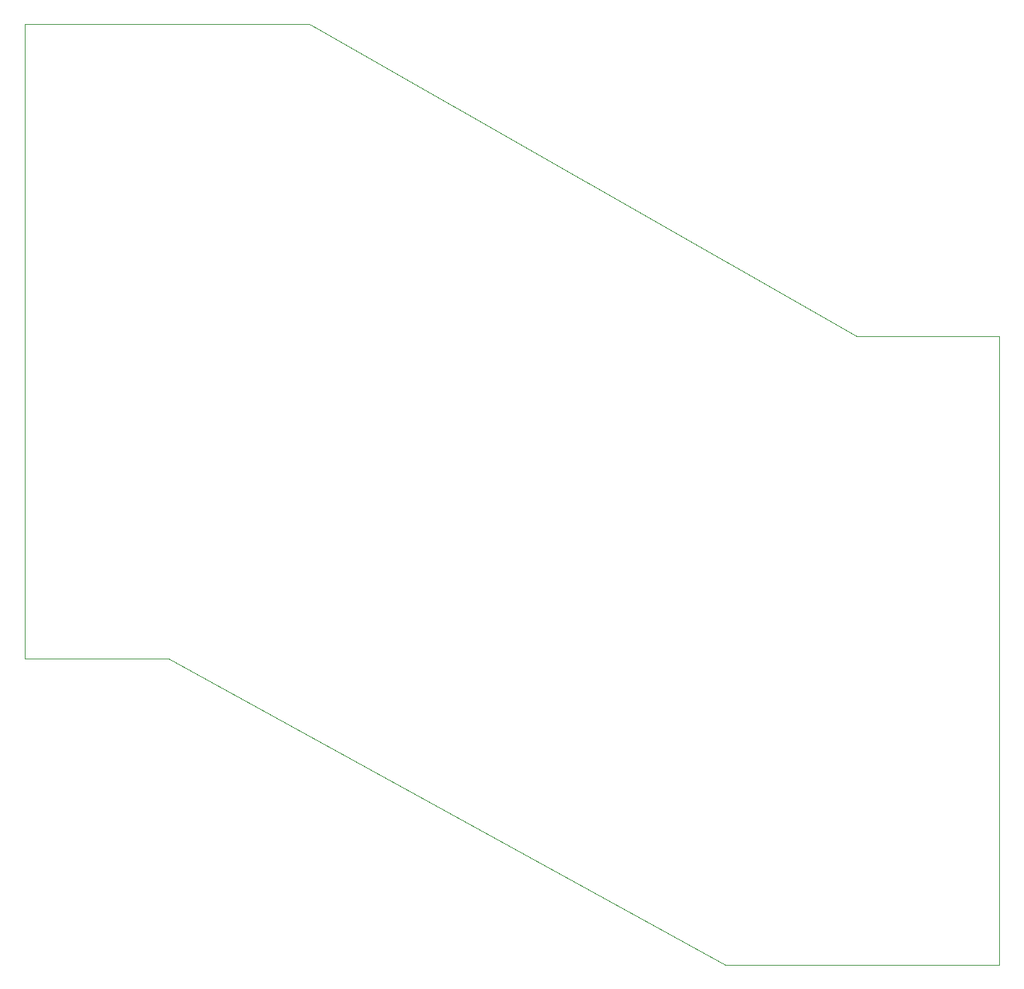
<source format=gbr>
%TF.GenerationSoftware,KiCad,Pcbnew,(6.0.5)*%
%TF.CreationDate,2022-07-10T16:44:07-04:00*%
%TF.ProjectId,64-STEPPER-CONTROLLER,36342d53-5445-4505-9045-522d434f4e54,rev?*%
%TF.SameCoordinates,Original*%
%TF.FileFunction,Profile,NP*%
%FSLAX46Y46*%
G04 Gerber Fmt 4.6, Leading zero omitted, Abs format (unit mm)*
G04 Created by KiCad (PCBNEW (6.0.5)) date 2022-07-10 16:44:07*
%MOMM*%
%LPD*%
G01*
G04 APERTURE LIST*
%TA.AperFunction,Profile*%
%ADD10C,0.100000*%
%TD*%
G04 APERTURE END LIST*
D10*
X123190000Y-30480000D02*
X90170000Y-30480000D01*
X90170000Y-104140000D02*
X106807000Y-104140000D01*
X203200000Y-139700000D02*
X203200000Y-66675000D01*
X123190000Y-30480000D02*
X186690000Y-66675000D01*
X171450000Y-139700000D02*
X203200000Y-139700000D01*
X90170000Y-104140000D02*
X90170000Y-30480000D01*
X203200000Y-66675000D02*
X186690000Y-66675000D01*
X171450000Y-139700000D02*
X106807000Y-104140000D01*
M02*

</source>
